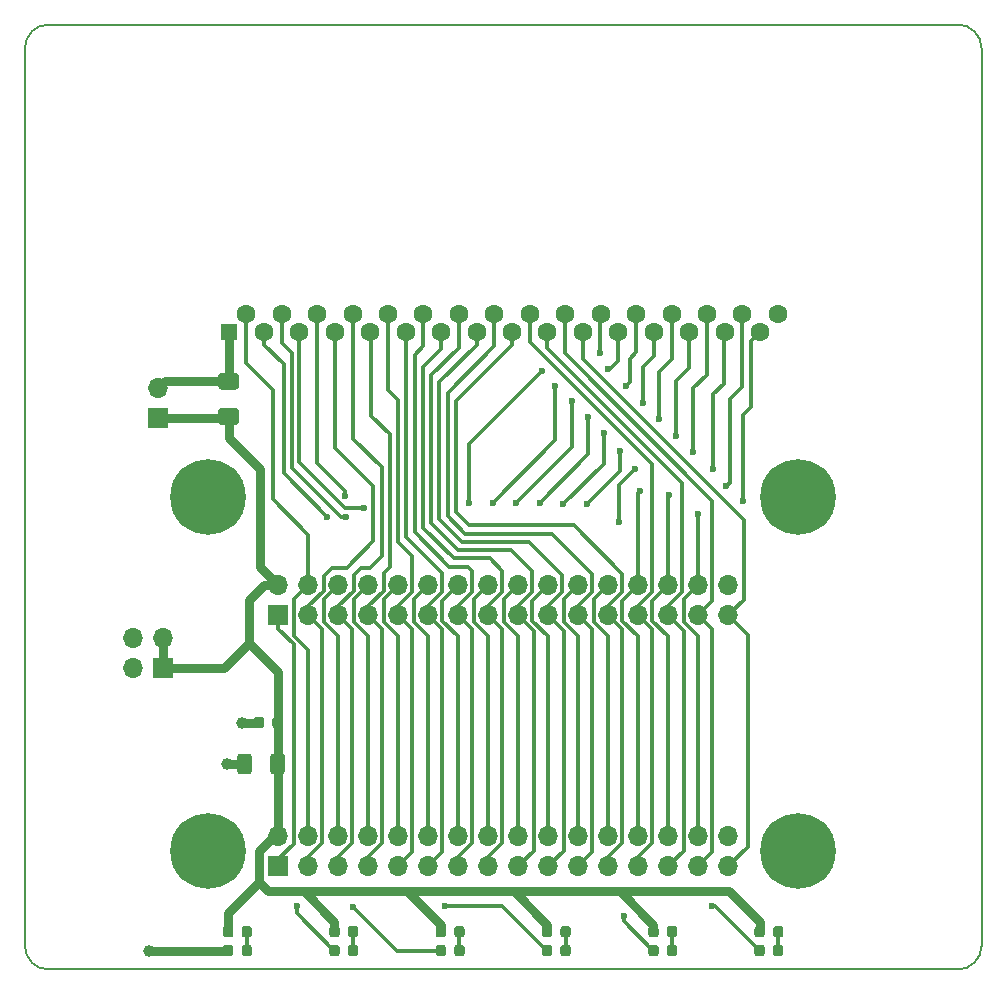
<source format=gbr>
G04 #@! TF.GenerationSoftware,KiCad,Pcbnew,5.1.6-c6e7f7d~86~ubuntu20.04.1*
G04 #@! TF.CreationDate,2020-05-17T15:58:24+03:00*
G04 #@! TF.ProjectId,GB-BRK-SLOT-A,47422d42-524b-42d5-934c-4f542d412e6b,v1.1*
G04 #@! TF.SameCoordinates,Original*
G04 #@! TF.FileFunction,Copper,L1,Top*
G04 #@! TF.FilePolarity,Positive*
%FSLAX46Y46*%
G04 Gerber Fmt 4.6, Leading zero omitted, Abs format (unit mm)*
G04 Created by KiCad (PCBNEW 5.1.6-c6e7f7d~86~ubuntu20.04.1) date 2020-05-17 15:58:24*
%MOMM*%
%LPD*%
G01*
G04 APERTURE LIST*
G04 #@! TA.AperFunction,Profile*
%ADD10C,0.150000*%
G04 #@! TD*
G04 #@! TA.AperFunction,ComponentPad*
%ADD11O,1.700000X1.700000*%
G04 #@! TD*
G04 #@! TA.AperFunction,ComponentPad*
%ADD12R,1.700000X1.700000*%
G04 #@! TD*
G04 #@! TA.AperFunction,ComponentPad*
%ADD13R,1.400000X1.400000*%
G04 #@! TD*
G04 #@! TA.AperFunction,ComponentPad*
%ADD14C,1.600000*%
G04 #@! TD*
G04 #@! TA.AperFunction,ComponentPad*
%ADD15C,0.800000*%
G04 #@! TD*
G04 #@! TA.AperFunction,ComponentPad*
%ADD16C,6.400000*%
G04 #@! TD*
G04 #@! TA.AperFunction,ViaPad*
%ADD17C,1.000000*%
G04 #@! TD*
G04 #@! TA.AperFunction,ViaPad*
%ADD18C,0.600000*%
G04 #@! TD*
G04 #@! TA.AperFunction,Conductor*
%ADD19C,0.320000*%
G04 #@! TD*
G04 #@! TA.AperFunction,Conductor*
%ADD20C,0.800000*%
G04 #@! TD*
G04 APERTURE END LIST*
D10*
X128000000Y-148000000D02*
G75*
G02*
X126000000Y-150000000I-2000000J0D01*
G01*
X49000000Y-150000000D02*
G75*
G02*
X47000000Y-148000000I0J2000000D01*
G01*
X47000000Y-72000000D02*
G75*
G02*
X49000000Y-70000000I2000000J0D01*
G01*
X126000000Y-70000000D02*
G75*
G02*
X128000000Y-72000000I0J-2000000D01*
G01*
X128000000Y-72000000D02*
X128000000Y-148000000D01*
X49000000Y-70000000D02*
X126000000Y-70000000D01*
X49000000Y-150000000D02*
X126000000Y-150000000D01*
X47000000Y-72000000D02*
X47000000Y-148000000D01*
D11*
X58300000Y-100760000D03*
D12*
X58300000Y-103300000D03*
G04 #@! TA.AperFunction,SMDPad,CuDef*
G36*
G01*
X63625000Y-102465000D02*
X64875000Y-102465000D01*
G75*
G02*
X65125000Y-102715000I0J-250000D01*
G01*
X65125000Y-103640000D01*
G75*
G02*
X64875000Y-103890000I-250000J0D01*
G01*
X63625000Y-103890000D01*
G75*
G02*
X63375000Y-103640000I0J250000D01*
G01*
X63375000Y-102715000D01*
G75*
G02*
X63625000Y-102465000I250000J0D01*
G01*
G37*
G04 #@! TD.AperFunction*
G04 #@! TA.AperFunction,SMDPad,CuDef*
G36*
G01*
X63625000Y-99490000D02*
X64875000Y-99490000D01*
G75*
G02*
X65125000Y-99740000I0J-250000D01*
G01*
X65125000Y-100665000D01*
G75*
G02*
X64875000Y-100915000I-250000J0D01*
G01*
X63625000Y-100915000D01*
G75*
G02*
X63375000Y-100665000I0J250000D01*
G01*
X63375000Y-99740000D01*
G75*
G02*
X63625000Y-99490000I250000J0D01*
G01*
G37*
G04 #@! TD.AperFunction*
G04 #@! TA.AperFunction,SMDPad,CuDef*
G36*
G01*
X65350000Y-148656250D02*
X65350000Y-148143750D01*
G75*
G02*
X65568750Y-147925000I218750J0D01*
G01*
X66006250Y-147925000D01*
G75*
G02*
X66225000Y-148143750I0J-218750D01*
G01*
X66225000Y-148656250D01*
G75*
G02*
X66006250Y-148875000I-218750J0D01*
G01*
X65568750Y-148875000D01*
G75*
G02*
X65350000Y-148656250I0J218750D01*
G01*
G37*
G04 #@! TD.AperFunction*
G04 #@! TA.AperFunction,SMDPad,CuDef*
G36*
G01*
X63775000Y-148656250D02*
X63775000Y-148143750D01*
G75*
G02*
X63993750Y-147925000I218750J0D01*
G01*
X64431250Y-147925000D01*
G75*
G02*
X64650000Y-148143750I0J-218750D01*
G01*
X64650000Y-148656250D01*
G75*
G02*
X64431250Y-148875000I-218750J0D01*
G01*
X63993750Y-148875000D01*
G75*
G02*
X63775000Y-148656250I0J218750D01*
G01*
G37*
G04 #@! TD.AperFunction*
D11*
X106550000Y-117460000D03*
X106550000Y-120000000D03*
X104010000Y-117460000D03*
X104010000Y-120000000D03*
X101470000Y-117460000D03*
X101470000Y-120000000D03*
X98930000Y-117460000D03*
X98930000Y-120000000D03*
X96390000Y-117460000D03*
X96390000Y-120000000D03*
X93850000Y-117460000D03*
X93850000Y-120000000D03*
X91310000Y-117460000D03*
X91310000Y-120000000D03*
X88770000Y-117460000D03*
X88770000Y-120000000D03*
X86230000Y-117460000D03*
X86230000Y-120000000D03*
X83690000Y-117460000D03*
X83690000Y-120000000D03*
X81150000Y-117460000D03*
X81150000Y-120000000D03*
X78610000Y-117460000D03*
X78610000Y-120000000D03*
X76070000Y-117460000D03*
X76070000Y-120000000D03*
X73530000Y-117460000D03*
X73530000Y-120000000D03*
X70990000Y-117460000D03*
X70990000Y-120000000D03*
X68450000Y-117460000D03*
D12*
X68450000Y-120000000D03*
G04 #@! TA.AperFunction,SMDPad,CuDef*
G36*
G01*
X65350000Y-147056250D02*
X65350000Y-146543750D01*
G75*
G02*
X65568750Y-146325000I218750J0D01*
G01*
X66006250Y-146325000D01*
G75*
G02*
X66225000Y-146543750I0J-218750D01*
G01*
X66225000Y-147056250D01*
G75*
G02*
X66006250Y-147275000I-218750J0D01*
G01*
X65568750Y-147275000D01*
G75*
G02*
X65350000Y-147056250I0J218750D01*
G01*
G37*
G04 #@! TD.AperFunction*
G04 #@! TA.AperFunction,SMDPad,CuDef*
G36*
G01*
X63775000Y-147056250D02*
X63775000Y-146543750D01*
G75*
G02*
X63993750Y-146325000I218750J0D01*
G01*
X64431250Y-146325000D01*
G75*
G02*
X64650000Y-146543750I0J-218750D01*
G01*
X64650000Y-147056250D01*
G75*
G02*
X64431250Y-147275000I-218750J0D01*
G01*
X63993750Y-147275000D01*
G75*
G02*
X63775000Y-147056250I0J218750D01*
G01*
G37*
G04 #@! TD.AperFunction*
G04 #@! TA.AperFunction,SMDPad,CuDef*
G36*
G01*
X66225000Y-131975000D02*
X66225000Y-133225000D01*
G75*
G02*
X65975000Y-133475000I-250000J0D01*
G01*
X65225000Y-133475000D01*
G75*
G02*
X64975000Y-133225000I0J250000D01*
G01*
X64975000Y-131975000D01*
G75*
G02*
X65225000Y-131725000I250000J0D01*
G01*
X65975000Y-131725000D01*
G75*
G02*
X66225000Y-131975000I0J-250000D01*
G01*
G37*
G04 #@! TD.AperFunction*
G04 #@! TA.AperFunction,SMDPad,CuDef*
G36*
G01*
X69025000Y-131975000D02*
X69025000Y-133225000D01*
G75*
G02*
X68775000Y-133475000I-250000J0D01*
G01*
X68025000Y-133475000D01*
G75*
G02*
X67775000Y-133225000I0J250000D01*
G01*
X67775000Y-131975000D01*
G75*
G02*
X68025000Y-131725000I250000J0D01*
G01*
X68775000Y-131725000D01*
G75*
G02*
X69025000Y-131975000I0J-250000D01*
G01*
G37*
G04 #@! TD.AperFunction*
G04 #@! TA.AperFunction,SMDPad,CuDef*
G36*
G01*
X67250000Y-128843750D02*
X67250000Y-129356250D01*
G75*
G02*
X67031250Y-129575000I-218750J0D01*
G01*
X66593750Y-129575000D01*
G75*
G02*
X66375000Y-129356250I0J218750D01*
G01*
X66375000Y-128843750D01*
G75*
G02*
X66593750Y-128625000I218750J0D01*
G01*
X67031250Y-128625000D01*
G75*
G02*
X67250000Y-128843750I0J-218750D01*
G01*
G37*
G04 #@! TD.AperFunction*
G04 #@! TA.AperFunction,SMDPad,CuDef*
G36*
G01*
X68825000Y-128843750D02*
X68825000Y-129356250D01*
G75*
G02*
X68606250Y-129575000I-218750J0D01*
G01*
X68168750Y-129575000D01*
G75*
G02*
X67950000Y-129356250I0J218750D01*
G01*
X67950000Y-128843750D01*
G75*
G02*
X68168750Y-128625000I218750J0D01*
G01*
X68606250Y-128625000D01*
G75*
G02*
X68825000Y-128843750I0J-218750D01*
G01*
G37*
G04 #@! TD.AperFunction*
D11*
X106550000Y-138730000D03*
X106550000Y-141270000D03*
X104010000Y-138730000D03*
X104010000Y-141270000D03*
X101470000Y-138730000D03*
X101470000Y-141270000D03*
X98930000Y-138730000D03*
X98930000Y-141270000D03*
X96390000Y-138730000D03*
X96390000Y-141270000D03*
X93850000Y-138730000D03*
X93850000Y-141270000D03*
X91310000Y-138730000D03*
X91310000Y-141270000D03*
X88770000Y-138730000D03*
X88770000Y-141270000D03*
X86230000Y-138730000D03*
X86230000Y-141270000D03*
X83690000Y-138730000D03*
X83690000Y-141270000D03*
X81150000Y-138730000D03*
X81150000Y-141270000D03*
X78610000Y-138730000D03*
X78610000Y-141270000D03*
X76070000Y-138730000D03*
X76070000Y-141270000D03*
X73530000Y-138730000D03*
X73530000Y-141270000D03*
X70990000Y-138730000D03*
X70990000Y-141270000D03*
X68450000Y-138730000D03*
D12*
X68450000Y-141270000D03*
G04 #@! TA.AperFunction,SMDPad,CuDef*
G36*
G01*
X101350000Y-148656250D02*
X101350000Y-148143750D01*
G75*
G02*
X101568750Y-147925000I218750J0D01*
G01*
X102006250Y-147925000D01*
G75*
G02*
X102225000Y-148143750I0J-218750D01*
G01*
X102225000Y-148656250D01*
G75*
G02*
X102006250Y-148875000I-218750J0D01*
G01*
X101568750Y-148875000D01*
G75*
G02*
X101350000Y-148656250I0J218750D01*
G01*
G37*
G04 #@! TD.AperFunction*
G04 #@! TA.AperFunction,SMDPad,CuDef*
G36*
G01*
X99775000Y-148656250D02*
X99775000Y-148143750D01*
G75*
G02*
X99993750Y-147925000I218750J0D01*
G01*
X100431250Y-147925000D01*
G75*
G02*
X100650000Y-148143750I0J-218750D01*
G01*
X100650000Y-148656250D01*
G75*
G02*
X100431250Y-148875000I-218750J0D01*
G01*
X99993750Y-148875000D01*
G75*
G02*
X99775000Y-148656250I0J218750D01*
G01*
G37*
G04 #@! TD.AperFunction*
G04 #@! TA.AperFunction,SMDPad,CuDef*
G36*
G01*
X74350000Y-148656250D02*
X74350000Y-148143750D01*
G75*
G02*
X74568750Y-147925000I218750J0D01*
G01*
X75006250Y-147925000D01*
G75*
G02*
X75225000Y-148143750I0J-218750D01*
G01*
X75225000Y-148656250D01*
G75*
G02*
X75006250Y-148875000I-218750J0D01*
G01*
X74568750Y-148875000D01*
G75*
G02*
X74350000Y-148656250I0J218750D01*
G01*
G37*
G04 #@! TD.AperFunction*
G04 #@! TA.AperFunction,SMDPad,CuDef*
G36*
G01*
X72775000Y-148656250D02*
X72775000Y-148143750D01*
G75*
G02*
X72993750Y-147925000I218750J0D01*
G01*
X73431250Y-147925000D01*
G75*
G02*
X73650000Y-148143750I0J-218750D01*
G01*
X73650000Y-148656250D01*
G75*
G02*
X73431250Y-148875000I-218750J0D01*
G01*
X72993750Y-148875000D01*
G75*
G02*
X72775000Y-148656250I0J218750D01*
G01*
G37*
G04 #@! TD.AperFunction*
G04 #@! TA.AperFunction,SMDPad,CuDef*
G36*
G01*
X83350000Y-148656250D02*
X83350000Y-148143750D01*
G75*
G02*
X83568750Y-147925000I218750J0D01*
G01*
X84006250Y-147925000D01*
G75*
G02*
X84225000Y-148143750I0J-218750D01*
G01*
X84225000Y-148656250D01*
G75*
G02*
X84006250Y-148875000I-218750J0D01*
G01*
X83568750Y-148875000D01*
G75*
G02*
X83350000Y-148656250I0J218750D01*
G01*
G37*
G04 #@! TD.AperFunction*
G04 #@! TA.AperFunction,SMDPad,CuDef*
G36*
G01*
X81775000Y-148656250D02*
X81775000Y-148143750D01*
G75*
G02*
X81993750Y-147925000I218750J0D01*
G01*
X82431250Y-147925000D01*
G75*
G02*
X82650000Y-148143750I0J-218750D01*
G01*
X82650000Y-148656250D01*
G75*
G02*
X82431250Y-148875000I-218750J0D01*
G01*
X81993750Y-148875000D01*
G75*
G02*
X81775000Y-148656250I0J218750D01*
G01*
G37*
G04 #@! TD.AperFunction*
G04 #@! TA.AperFunction,SMDPad,CuDef*
G36*
G01*
X92350000Y-148656250D02*
X92350000Y-148143750D01*
G75*
G02*
X92568750Y-147925000I218750J0D01*
G01*
X93006250Y-147925000D01*
G75*
G02*
X93225000Y-148143750I0J-218750D01*
G01*
X93225000Y-148656250D01*
G75*
G02*
X93006250Y-148875000I-218750J0D01*
G01*
X92568750Y-148875000D01*
G75*
G02*
X92350000Y-148656250I0J218750D01*
G01*
G37*
G04 #@! TD.AperFunction*
G04 #@! TA.AperFunction,SMDPad,CuDef*
G36*
G01*
X90775000Y-148656250D02*
X90775000Y-148143750D01*
G75*
G02*
X90993750Y-147925000I218750J0D01*
G01*
X91431250Y-147925000D01*
G75*
G02*
X91650000Y-148143750I0J-218750D01*
G01*
X91650000Y-148656250D01*
G75*
G02*
X91431250Y-148875000I-218750J0D01*
G01*
X90993750Y-148875000D01*
G75*
G02*
X90775000Y-148656250I0J218750D01*
G01*
G37*
G04 #@! TD.AperFunction*
G04 #@! TA.AperFunction,SMDPad,CuDef*
G36*
G01*
X110350000Y-148656250D02*
X110350000Y-148143750D01*
G75*
G02*
X110568750Y-147925000I218750J0D01*
G01*
X111006250Y-147925000D01*
G75*
G02*
X111225000Y-148143750I0J-218750D01*
G01*
X111225000Y-148656250D01*
G75*
G02*
X111006250Y-148875000I-218750J0D01*
G01*
X110568750Y-148875000D01*
G75*
G02*
X110350000Y-148656250I0J218750D01*
G01*
G37*
G04 #@! TD.AperFunction*
G04 #@! TA.AperFunction,SMDPad,CuDef*
G36*
G01*
X108775000Y-148656250D02*
X108775000Y-148143750D01*
G75*
G02*
X108993750Y-147925000I218750J0D01*
G01*
X109431250Y-147925000D01*
G75*
G02*
X109650000Y-148143750I0J-218750D01*
G01*
X109650000Y-148656250D01*
G75*
G02*
X109431250Y-148875000I-218750J0D01*
G01*
X108993750Y-148875000D01*
G75*
G02*
X108775000Y-148656250I0J218750D01*
G01*
G37*
G04 #@! TD.AperFunction*
G04 #@! TA.AperFunction,SMDPad,CuDef*
G36*
G01*
X101350000Y-147056250D02*
X101350000Y-146543750D01*
G75*
G02*
X101568750Y-146325000I218750J0D01*
G01*
X102006250Y-146325000D01*
G75*
G02*
X102225000Y-146543750I0J-218750D01*
G01*
X102225000Y-147056250D01*
G75*
G02*
X102006250Y-147275000I-218750J0D01*
G01*
X101568750Y-147275000D01*
G75*
G02*
X101350000Y-147056250I0J218750D01*
G01*
G37*
G04 #@! TD.AperFunction*
G04 #@! TA.AperFunction,SMDPad,CuDef*
G36*
G01*
X99775000Y-147056250D02*
X99775000Y-146543750D01*
G75*
G02*
X99993750Y-146325000I218750J0D01*
G01*
X100431250Y-146325000D01*
G75*
G02*
X100650000Y-146543750I0J-218750D01*
G01*
X100650000Y-147056250D01*
G75*
G02*
X100431250Y-147275000I-218750J0D01*
G01*
X99993750Y-147275000D01*
G75*
G02*
X99775000Y-147056250I0J218750D01*
G01*
G37*
G04 #@! TD.AperFunction*
G04 #@! TA.AperFunction,SMDPad,CuDef*
G36*
G01*
X74350000Y-147056250D02*
X74350000Y-146543750D01*
G75*
G02*
X74568750Y-146325000I218750J0D01*
G01*
X75006250Y-146325000D01*
G75*
G02*
X75225000Y-146543750I0J-218750D01*
G01*
X75225000Y-147056250D01*
G75*
G02*
X75006250Y-147275000I-218750J0D01*
G01*
X74568750Y-147275000D01*
G75*
G02*
X74350000Y-147056250I0J218750D01*
G01*
G37*
G04 #@! TD.AperFunction*
G04 #@! TA.AperFunction,SMDPad,CuDef*
G36*
G01*
X72775000Y-147056250D02*
X72775000Y-146543750D01*
G75*
G02*
X72993750Y-146325000I218750J0D01*
G01*
X73431250Y-146325000D01*
G75*
G02*
X73650000Y-146543750I0J-218750D01*
G01*
X73650000Y-147056250D01*
G75*
G02*
X73431250Y-147275000I-218750J0D01*
G01*
X72993750Y-147275000D01*
G75*
G02*
X72775000Y-147056250I0J218750D01*
G01*
G37*
G04 #@! TD.AperFunction*
G04 #@! TA.AperFunction,SMDPad,CuDef*
G36*
G01*
X83350000Y-147056250D02*
X83350000Y-146543750D01*
G75*
G02*
X83568750Y-146325000I218750J0D01*
G01*
X84006250Y-146325000D01*
G75*
G02*
X84225000Y-146543750I0J-218750D01*
G01*
X84225000Y-147056250D01*
G75*
G02*
X84006250Y-147275000I-218750J0D01*
G01*
X83568750Y-147275000D01*
G75*
G02*
X83350000Y-147056250I0J218750D01*
G01*
G37*
G04 #@! TD.AperFunction*
G04 #@! TA.AperFunction,SMDPad,CuDef*
G36*
G01*
X81775000Y-147056250D02*
X81775000Y-146543750D01*
G75*
G02*
X81993750Y-146325000I218750J0D01*
G01*
X82431250Y-146325000D01*
G75*
G02*
X82650000Y-146543750I0J-218750D01*
G01*
X82650000Y-147056250D01*
G75*
G02*
X82431250Y-147275000I-218750J0D01*
G01*
X81993750Y-147275000D01*
G75*
G02*
X81775000Y-147056250I0J218750D01*
G01*
G37*
G04 #@! TD.AperFunction*
G04 #@! TA.AperFunction,SMDPad,CuDef*
G36*
G01*
X92350000Y-147056250D02*
X92350000Y-146543750D01*
G75*
G02*
X92568750Y-146325000I218750J0D01*
G01*
X93006250Y-146325000D01*
G75*
G02*
X93225000Y-146543750I0J-218750D01*
G01*
X93225000Y-147056250D01*
G75*
G02*
X93006250Y-147275000I-218750J0D01*
G01*
X92568750Y-147275000D01*
G75*
G02*
X92350000Y-147056250I0J218750D01*
G01*
G37*
G04 #@! TD.AperFunction*
G04 #@! TA.AperFunction,SMDPad,CuDef*
G36*
G01*
X90775000Y-147056250D02*
X90775000Y-146543750D01*
G75*
G02*
X90993750Y-146325000I218750J0D01*
G01*
X91431250Y-146325000D01*
G75*
G02*
X91650000Y-146543750I0J-218750D01*
G01*
X91650000Y-147056250D01*
G75*
G02*
X91431250Y-147275000I-218750J0D01*
G01*
X90993750Y-147275000D01*
G75*
G02*
X90775000Y-147056250I0J218750D01*
G01*
G37*
G04 #@! TD.AperFunction*
G04 #@! TA.AperFunction,SMDPad,CuDef*
G36*
G01*
X110350000Y-147056250D02*
X110350000Y-146543750D01*
G75*
G02*
X110568750Y-146325000I218750J0D01*
G01*
X111006250Y-146325000D01*
G75*
G02*
X111225000Y-146543750I0J-218750D01*
G01*
X111225000Y-147056250D01*
G75*
G02*
X111006250Y-147275000I-218750J0D01*
G01*
X110568750Y-147275000D01*
G75*
G02*
X110350000Y-147056250I0J218750D01*
G01*
G37*
G04 #@! TD.AperFunction*
G04 #@! TA.AperFunction,SMDPad,CuDef*
G36*
G01*
X108775000Y-147056250D02*
X108775000Y-146543750D01*
G75*
G02*
X108993750Y-146325000I218750J0D01*
G01*
X109431250Y-146325000D01*
G75*
G02*
X109650000Y-146543750I0J-218750D01*
G01*
X109650000Y-147056250D01*
G75*
G02*
X109431250Y-147275000I-218750J0D01*
G01*
X108993750Y-147275000D01*
G75*
G02*
X108775000Y-147056250I0J218750D01*
G01*
G37*
G04 #@! TD.AperFunction*
D13*
X64250000Y-96000000D03*
D14*
X65750000Y-94500000D03*
X67250000Y-96000000D03*
X68750000Y-94500000D03*
X70250000Y-96000000D03*
X71750000Y-94500000D03*
X73250000Y-96000000D03*
X74750000Y-94500000D03*
X76250000Y-96000000D03*
X77750000Y-94500000D03*
X79250000Y-96000000D03*
X80750000Y-94500000D03*
X82250000Y-96000000D03*
X83750000Y-94500000D03*
X85250000Y-96000000D03*
X86750000Y-94500000D03*
X88250000Y-96000000D03*
X89750000Y-94500000D03*
X91250000Y-96000000D03*
X92750000Y-94500000D03*
X94250000Y-96000000D03*
X95750000Y-94500000D03*
X97250000Y-96000000D03*
X98750000Y-94500000D03*
X100250000Y-96000000D03*
X101750000Y-94500000D03*
X103250000Y-96000000D03*
X104750000Y-94500000D03*
X106250000Y-96000000D03*
X107750000Y-94500000D03*
X109250000Y-96000000D03*
X110750000Y-94500000D03*
D11*
X56170000Y-121960000D03*
X58710000Y-121960000D03*
X56170000Y-124500000D03*
D12*
X58710000Y-124500000D03*
D15*
X64197056Y-108302944D03*
X62500000Y-107600000D03*
X60802944Y-108302944D03*
X60100000Y-110000000D03*
X60802944Y-111697056D03*
X62500000Y-112400000D03*
X64197056Y-111697056D03*
X64900000Y-110000000D03*
D16*
X62500000Y-110000000D03*
D15*
X114197056Y-108302944D03*
X112500000Y-107600000D03*
X110802944Y-108302944D03*
X110100000Y-110000000D03*
X110802944Y-111697056D03*
X112500000Y-112400000D03*
X114197056Y-111697056D03*
X114900000Y-110000000D03*
D16*
X112500000Y-110000000D03*
D15*
X64197056Y-138302944D03*
X62500000Y-137600000D03*
X60802944Y-138302944D03*
X60100000Y-140000000D03*
X60802944Y-141697056D03*
X62500000Y-142400000D03*
X64197056Y-141697056D03*
X64900000Y-140000000D03*
D16*
X62500000Y-140000000D03*
D15*
X114197056Y-138302944D03*
X112500000Y-137600000D03*
X110802944Y-138302944D03*
X110100000Y-140000000D03*
X110802944Y-141697056D03*
X112500000Y-142400000D03*
X114197056Y-141697056D03*
X114900000Y-140000000D03*
D16*
X112500000Y-140000000D03*
D17*
X65400000Y-129100000D03*
X57500000Y-148400000D03*
X64100000Y-132600000D03*
D18*
X74100000Y-109900000D03*
X70000000Y-144600000D03*
X72600000Y-111700000D03*
X74800000Y-144700000D03*
X74200000Y-111700000D03*
X82600000Y-144600000D03*
X75700000Y-110900000D03*
X95700000Y-97800000D03*
X84600000Y-110500000D03*
X90799998Y-99300000D03*
X86600000Y-110500000D03*
X91900000Y-100600000D03*
X96400000Y-99200000D03*
X88599998Y-110500000D03*
X93300000Y-101900000D03*
X97900000Y-100600000D03*
X90599998Y-110500000D03*
X94700000Y-103200000D03*
X99300000Y-102000000D03*
X92600000Y-110600000D03*
X96000000Y-104600000D03*
X100700000Y-103400000D03*
X94600000Y-110600000D03*
X97400000Y-106100000D03*
X102100000Y-104800000D03*
X98700000Y-107600000D03*
X103600000Y-106200000D03*
X97300000Y-112100000D03*
X99100000Y-109500000D03*
X105300000Y-107600000D03*
X101500000Y-109800000D03*
X106400000Y-109100000D03*
X97700000Y-145500000D03*
X104000000Y-111400000D03*
X107800000Y-110300000D03*
X105200000Y-144600000D03*
D19*
X65787500Y-146800000D02*
X65787500Y-148400000D01*
D20*
X67247919Y-117460000D02*
X68450000Y-117460000D01*
X66000000Y-118707919D02*
X67247919Y-117460000D01*
X66000000Y-122400000D02*
X66000000Y-118707919D01*
X68450000Y-138730000D02*
X68450000Y-124850000D01*
X68450000Y-124850000D02*
X66000000Y-122400000D01*
X97387500Y-143400000D02*
X96400000Y-143400000D01*
X100212500Y-146225000D02*
X97387500Y-143400000D01*
X100212500Y-146800000D02*
X100212500Y-146225000D01*
X86800000Y-143400000D02*
X96400000Y-143400000D01*
X88387500Y-143400000D02*
X86800000Y-143400000D01*
X91212500Y-146225000D02*
X88387500Y-143400000D01*
X91212500Y-146800000D02*
X91212500Y-146225000D01*
X77900000Y-143400000D02*
X86800000Y-143400000D01*
X82212500Y-146800000D02*
X82212500Y-146225000D01*
X82212500Y-146225000D02*
X79387500Y-143400000D01*
X70600000Y-143400000D02*
X77900000Y-143400000D01*
X79387500Y-143400000D02*
X77900000Y-143400000D01*
X73212500Y-146800000D02*
X73212500Y-146012500D01*
X73212500Y-146012500D02*
X70600000Y-143400000D01*
X109212500Y-146012500D02*
X109212500Y-146800000D01*
X96400000Y-143400000D02*
X106600000Y-143400000D01*
X106600000Y-143400000D02*
X109212500Y-146012500D01*
X58710000Y-121960000D02*
X58710000Y-124500000D01*
X68450000Y-138730000D02*
X68070000Y-138730000D01*
X68070000Y-138730000D02*
X66800000Y-140000000D01*
X66800000Y-142580002D02*
X66800000Y-142200000D01*
X67619998Y-143400000D02*
X66800000Y-142580002D01*
X70600000Y-143400000D02*
X67619998Y-143400000D01*
X66800000Y-140000000D02*
X66800000Y-142200000D01*
X64212500Y-145187500D02*
X64212500Y-146800000D01*
X66800000Y-142200000D02*
X66800000Y-142600000D01*
X66800000Y-142600000D02*
X64212500Y-145187500D01*
X64250000Y-105020000D02*
X64250000Y-103177500D01*
X66900000Y-107670000D02*
X64250000Y-105020000D01*
X68450000Y-117460000D02*
X66900000Y-115910000D01*
X66900000Y-115910000D02*
X66900000Y-107670000D01*
X63900000Y-124500000D02*
X66000000Y-122400000D01*
X58710000Y-124500000D02*
X63900000Y-124500000D01*
X64127500Y-103300000D02*
X64250000Y-103177500D01*
X58300000Y-103300000D02*
X64127500Y-103300000D01*
X66812500Y-129100000D02*
X65400000Y-129100000D01*
X64212500Y-148400000D02*
X57500000Y-148400000D01*
X65600000Y-132600000D02*
X64100000Y-132600000D01*
D19*
X68450000Y-121170000D02*
X68450000Y-120000000D01*
X69760001Y-122480001D02*
X68450000Y-121170000D01*
X69760001Y-139358801D02*
X69760001Y-122480001D01*
X68450000Y-140668802D02*
X69760001Y-139358801D01*
X68450000Y-141270000D02*
X68450000Y-140668802D01*
X71750000Y-107125736D02*
X71750000Y-94500000D01*
X74100000Y-109475736D02*
X71750000Y-107125736D01*
X74100000Y-109900000D02*
X74100000Y-109475736D01*
X70990000Y-122974596D02*
X70990000Y-138730000D01*
X69779999Y-121764595D02*
X70990000Y-122974596D01*
X69779999Y-118670001D02*
X69779999Y-121764595D01*
X70990000Y-117460000D02*
X69779999Y-118670001D01*
X71000000Y-113200000D02*
X71000000Y-117450000D01*
X68000000Y-110200000D02*
X71000000Y-113200000D01*
X71000000Y-117450000D02*
X70990000Y-117460000D01*
X68000000Y-100900000D02*
X68000000Y-110200000D01*
X65750000Y-94500000D02*
X65750000Y-98650000D01*
X65750000Y-98650000D02*
X68000000Y-100900000D01*
X71839999Y-120849999D02*
X70990000Y-120000000D01*
X72200001Y-121210001D02*
X71839999Y-120849999D01*
X72200001Y-139310801D02*
X72200001Y-121210001D01*
X70990000Y-140520802D02*
X72200001Y-139310801D01*
X70990000Y-141270000D02*
X70990000Y-140520802D01*
X70990000Y-119250802D02*
X70990000Y-120000000D01*
X72319999Y-117920803D02*
X70990000Y-119250802D01*
X72319999Y-116680001D02*
X72319999Y-117920803D01*
X76500000Y-113740802D02*
X74240802Y-116000000D01*
X73250000Y-96000000D02*
X73250000Y-105850000D01*
X74240802Y-116000000D02*
X73000000Y-116000000D01*
X76500000Y-109100000D02*
X76500000Y-113740802D01*
X73250000Y-105850000D02*
X76500000Y-109100000D01*
X73000000Y-116000000D02*
X72319999Y-116680001D01*
X73530000Y-121804596D02*
X73530000Y-138730000D01*
X72319999Y-120594595D02*
X73530000Y-121804596D01*
X72319999Y-118670001D02*
X72319999Y-120594595D01*
X73530000Y-117460000D02*
X72319999Y-118670001D01*
X73212500Y-148400000D02*
X70000000Y-145187500D01*
X70000000Y-145187500D02*
X70000000Y-144600000D01*
X68900000Y-98781370D02*
X68900000Y-108000000D01*
X68900000Y-108000000D02*
X72600000Y-111700000D01*
X67250000Y-96000000D02*
X67250000Y-97131370D01*
X67250000Y-97131370D02*
X68900000Y-98781370D01*
X74740001Y-139310801D02*
X74740001Y-121210001D01*
X73530000Y-140520802D02*
X74740001Y-139310801D01*
X74379999Y-120849999D02*
X73530000Y-120000000D01*
X74740001Y-121210001D02*
X74379999Y-120849999D01*
X73530000Y-141270000D02*
X73530000Y-140520802D01*
X73530000Y-119250802D02*
X73530000Y-120000000D01*
X74859999Y-117920803D02*
X73530000Y-119250802D01*
X74859999Y-116640001D02*
X74859999Y-117920803D01*
X74750000Y-105050000D02*
X77200000Y-107500000D01*
X75500000Y-116000000D02*
X74859999Y-116640001D01*
X74750000Y-94500000D02*
X74750000Y-105050000D01*
X77200000Y-107500000D02*
X77200000Y-115000000D01*
X77200000Y-115000000D02*
X76200000Y-116000000D01*
X76200000Y-116000000D02*
X75500000Y-116000000D01*
X74859999Y-118670001D02*
X74859999Y-120594595D01*
X76070000Y-121804596D02*
X76070000Y-138730000D01*
X74859999Y-120594595D02*
X76070000Y-121804596D01*
X76070000Y-117460000D02*
X74859999Y-118670001D01*
X78500000Y-148400000D02*
X74800000Y-144700000D01*
X82212500Y-148400000D02*
X78500000Y-148400000D01*
X73775736Y-111700000D02*
X74200000Y-111700000D01*
X69600000Y-97800000D02*
X69600000Y-107524264D01*
X68750000Y-94500000D02*
X68750000Y-96950000D01*
X69600000Y-107524264D02*
X73775736Y-111700000D01*
X68750000Y-96950000D02*
X69600000Y-97800000D01*
X77280001Y-121210001D02*
X76919999Y-120849999D01*
X77280001Y-139310801D02*
X77280001Y-121210001D01*
X76919999Y-120849999D02*
X76070000Y-120000000D01*
X76070000Y-140520802D02*
X77280001Y-139310801D01*
X76070000Y-141270000D02*
X76070000Y-140520802D01*
X76300000Y-96050000D02*
X76250000Y-96000000D01*
X76300000Y-103100000D02*
X76300000Y-96050000D01*
X76070000Y-119250802D02*
X77399999Y-117920803D01*
X77900000Y-115900000D02*
X77900000Y-104700000D01*
X77900000Y-104700000D02*
X76300000Y-103100000D01*
X76070000Y-120000000D02*
X76070000Y-119250802D01*
X77399999Y-117920803D02*
X77399999Y-116400001D01*
X77399999Y-116400001D02*
X77900000Y-115900000D01*
X78610000Y-121804596D02*
X78610000Y-138730000D01*
X77399999Y-118670001D02*
X77399999Y-120594595D01*
X77399999Y-120594595D02*
X78610000Y-121804596D01*
X78610000Y-117460000D02*
X77399999Y-118670001D01*
X91212500Y-148400000D02*
X87412500Y-144600000D01*
X87412500Y-144600000D02*
X82600000Y-144600000D01*
X70250000Y-107074264D02*
X74075736Y-110900000D01*
X74075736Y-110900000D02*
X75700000Y-110900000D01*
X70250000Y-96000000D02*
X70250000Y-107074264D01*
X79459999Y-120849999D02*
X78610000Y-120000000D01*
X79820001Y-140059999D02*
X79820001Y-121210001D01*
X79820001Y-121210001D02*
X79459999Y-120849999D01*
X78610000Y-141270000D02*
X79820001Y-140059999D01*
X78610000Y-119250802D02*
X79820001Y-118040801D01*
X78610000Y-120000000D02*
X78610000Y-119250802D01*
X78600000Y-113800000D02*
X78600000Y-101800000D01*
X77750000Y-100950000D02*
X77750000Y-94500000D01*
X79820001Y-118040801D02*
X79820001Y-115020001D01*
X79820001Y-115020001D02*
X78600000Y-113800000D01*
X78600000Y-101800000D02*
X77750000Y-100950000D01*
X81150000Y-121790802D02*
X81150000Y-138730000D01*
X79939999Y-120580801D02*
X81150000Y-121790802D01*
X79939999Y-118670001D02*
X79939999Y-120580801D01*
X81150000Y-117460000D02*
X79939999Y-118670001D01*
X95700000Y-94550000D02*
X95750000Y-94500000D01*
X95700000Y-97800000D02*
X95700000Y-94550000D01*
X84600000Y-105499998D02*
X90799998Y-99300000D01*
X84600000Y-110500000D02*
X84600000Y-105499998D01*
X82360001Y-140059999D02*
X82360001Y-121210001D01*
X81999999Y-120849999D02*
X81150000Y-120000000D01*
X82360001Y-121210001D02*
X81999999Y-120849999D01*
X81150000Y-141270000D02*
X82360001Y-140059999D01*
X79300000Y-96050000D02*
X79250000Y-96000000D01*
X79300000Y-113400000D02*
X79300000Y-96050000D01*
X82360001Y-116460001D02*
X79300000Y-113400000D01*
X82360001Y-118040801D02*
X82360001Y-116460001D01*
X81150000Y-120000000D02*
X81150000Y-119250802D01*
X81150000Y-119250802D02*
X82360001Y-118040801D01*
X83690000Y-121804596D02*
X83690000Y-138730000D01*
X82360001Y-120474597D02*
X83690000Y-121804596D01*
X82360001Y-118789999D02*
X82360001Y-120474597D01*
X83690000Y-117460000D02*
X82360001Y-118789999D01*
X91900000Y-105200000D02*
X91900000Y-100600000D01*
X86600000Y-110500000D02*
X91900000Y-105200000D01*
X97200000Y-98500000D02*
X96500000Y-99200000D01*
X97250000Y-96000000D02*
X97200000Y-96050000D01*
X96500000Y-99200000D02*
X96400000Y-99200000D01*
X97200000Y-96050000D02*
X97200000Y-98500000D01*
X84539999Y-120849999D02*
X83690000Y-120000000D01*
X84900001Y-121210001D02*
X84539999Y-120849999D01*
X83690000Y-140520802D02*
X84900001Y-139310801D01*
X84900001Y-139310801D02*
X84900001Y-121210001D01*
X83690000Y-141270000D02*
X83690000Y-140520802D01*
X83690000Y-119250802D02*
X83690000Y-120000000D01*
X84900001Y-118040801D02*
X83690000Y-119250802D01*
X80750000Y-97250000D02*
X80000000Y-98000000D01*
X80000000Y-98000000D02*
X80000000Y-113000000D01*
X80750000Y-94500000D02*
X80750000Y-97250000D01*
X80000000Y-113000000D02*
X82900000Y-115900000D01*
X82900000Y-115900000D02*
X84500000Y-115900000D01*
X84900001Y-116300001D02*
X84900001Y-118040801D01*
X84500000Y-115900000D02*
X84900001Y-116300001D01*
X86230000Y-121804596D02*
X86230000Y-138730000D01*
X85019999Y-118670001D02*
X85019999Y-120594595D01*
X85019999Y-120594595D02*
X86230000Y-121804596D01*
X86230000Y-117460000D02*
X85019999Y-118670001D01*
X93300000Y-105799998D02*
X93300000Y-101900000D01*
X88599998Y-110500000D02*
X93300000Y-105799998D01*
X98199999Y-100300001D02*
X97900000Y-100600000D01*
X98199999Y-98300001D02*
X98199999Y-100300001D01*
X98750000Y-94500000D02*
X98750000Y-97750000D01*
X98750000Y-97750000D02*
X98199999Y-98300001D01*
X87079999Y-120849999D02*
X86230000Y-120000000D01*
X87440001Y-121210001D02*
X87079999Y-120849999D01*
X87440001Y-139310801D02*
X87440001Y-121210001D01*
X86230000Y-140520802D02*
X87440001Y-139310801D01*
X86230000Y-141270000D02*
X86230000Y-140520802D01*
X87440001Y-118040801D02*
X86230000Y-119250802D01*
X87440001Y-116240001D02*
X87440001Y-118040801D01*
X82250000Y-96000000D02*
X82250000Y-97450000D01*
X82250000Y-97450000D02*
X80700000Y-99000000D01*
X80700000Y-99000000D02*
X80700000Y-112600000D01*
X80700000Y-112600000D02*
X83300000Y-115200000D01*
X86230000Y-119250802D02*
X86230000Y-120000000D01*
X83300000Y-115200000D02*
X86400000Y-115200000D01*
X86400000Y-115200000D02*
X87440001Y-116240001D01*
X88770000Y-121804596D02*
X88770000Y-138730000D01*
X87559999Y-120594595D02*
X88770000Y-121804596D01*
X87559999Y-118670001D02*
X87559999Y-120594595D01*
X88770000Y-117460000D02*
X87559999Y-118670001D01*
X90599998Y-110500000D02*
X94700000Y-106399998D01*
X94700000Y-106399998D02*
X94700000Y-103200000D01*
X99300000Y-99000000D02*
X99300000Y-102000000D01*
X100250000Y-96000000D02*
X100250000Y-98050000D01*
X100250000Y-98050000D02*
X99300000Y-99000000D01*
X89619999Y-120849999D02*
X88770000Y-120000000D01*
X90099999Y-121329999D02*
X89619999Y-120849999D01*
X90099999Y-139940001D02*
X90099999Y-121329999D01*
X88770000Y-141270000D02*
X90099999Y-139940001D01*
X88770000Y-119250802D02*
X89980001Y-118040801D01*
X89980001Y-118040801D02*
X89980001Y-116280001D01*
X88200000Y-114500000D02*
X83700000Y-114500000D01*
X88770000Y-120000000D02*
X88770000Y-119250802D01*
X89980001Y-116280001D02*
X88200000Y-114500000D01*
X83700000Y-114500000D02*
X81400000Y-112200000D01*
X81400000Y-112200000D02*
X81400000Y-99700000D01*
X83750000Y-94500000D02*
X83750000Y-97350000D01*
X83750000Y-97350000D02*
X81400000Y-99700000D01*
X91310000Y-121804596D02*
X91310000Y-138730000D01*
X89980001Y-120474597D02*
X91310000Y-121804596D01*
X89980001Y-118789999D02*
X89980001Y-120474597D01*
X91310000Y-117460000D02*
X89980001Y-118789999D01*
X96000000Y-107200000D02*
X96000000Y-104600000D01*
X92600000Y-110600000D02*
X96000000Y-107200000D01*
X100700000Y-99400000D02*
X100700000Y-103400000D01*
X101750000Y-94500000D02*
X101750000Y-98350000D01*
X101750000Y-98350000D02*
X100700000Y-99400000D01*
X92639999Y-139940001D02*
X92639999Y-121329999D01*
X92159999Y-120849999D02*
X91310000Y-120000000D01*
X92639999Y-121329999D02*
X92159999Y-120849999D01*
X91310000Y-141270000D02*
X92639999Y-139940001D01*
X85250000Y-97131370D02*
X85250000Y-96000000D01*
X82100000Y-100281370D02*
X85250000Y-97131370D01*
X82100000Y-111900000D02*
X82100000Y-100281370D01*
X91310000Y-119250802D02*
X92520001Y-118040801D01*
X92520001Y-118040801D02*
X92520001Y-116620001D01*
X92520001Y-116620001D02*
X89700000Y-113800000D01*
X84000000Y-113800000D02*
X82100000Y-111900000D01*
X91310000Y-120000000D02*
X91310000Y-119250802D01*
X89700000Y-113800000D02*
X84000000Y-113800000D01*
X93850000Y-121804596D02*
X93850000Y-138730000D01*
X92639999Y-118670001D02*
X92639999Y-120594595D01*
X92639999Y-120594595D02*
X93850000Y-121804596D01*
X93850000Y-117460000D02*
X92639999Y-118670001D01*
X97400000Y-107800000D02*
X97400000Y-106100000D01*
X94600000Y-110600000D02*
X97400000Y-107800000D01*
X102100000Y-100200000D02*
X102100000Y-104800000D01*
X103250000Y-96000000D02*
X103250000Y-99050000D01*
X103250000Y-99050000D02*
X102100000Y-100200000D01*
X94699999Y-120849999D02*
X93850000Y-120000000D01*
X95060001Y-121210001D02*
X94699999Y-120849999D01*
X95060001Y-140059999D02*
X95060001Y-121210001D01*
X93850000Y-141270000D02*
X95060001Y-140059999D01*
X86750000Y-97250000D02*
X86750000Y-94500000D01*
X93850000Y-119250802D02*
X95060001Y-118040801D01*
X93850000Y-120000000D02*
X93850000Y-119250802D01*
X95060001Y-118040801D02*
X95060001Y-116560001D01*
X95060001Y-116560001D02*
X91600000Y-113100000D01*
X91600000Y-113100000D02*
X84300000Y-113100000D01*
X84300000Y-113100000D02*
X82800000Y-111600000D01*
X86750000Y-97250000D02*
X82800000Y-101200000D01*
X82800000Y-101200000D02*
X82800000Y-111600000D01*
X96390000Y-121804596D02*
X96390000Y-138730000D01*
X95179999Y-120594595D02*
X96390000Y-121804596D01*
X95179999Y-118670001D02*
X95179999Y-120594595D01*
X96390000Y-117460000D02*
X95179999Y-118670001D01*
X103600000Y-100800000D02*
X103600000Y-106200000D01*
X104750000Y-94500000D02*
X104750000Y-99650000D01*
X104750000Y-99650000D02*
X103600000Y-100800000D01*
X97300000Y-109000000D02*
X97300000Y-112100000D01*
X98700000Y-107600000D02*
X97300000Y-109000000D01*
X97239999Y-120849999D02*
X96390000Y-120000000D01*
X97600001Y-121210001D02*
X97239999Y-120849999D01*
X96390000Y-140520802D02*
X97600001Y-139310801D01*
X97600001Y-139310801D02*
X97600001Y-121210001D01*
X96390000Y-141270000D02*
X96390000Y-140520802D01*
X88250000Y-97131370D02*
X88250000Y-96000000D01*
X83500000Y-101881370D02*
X88250000Y-97131370D01*
X83500000Y-111300000D02*
X83500000Y-101881370D01*
X97600001Y-118040801D02*
X97600001Y-116500001D01*
X93500000Y-112400000D02*
X84600000Y-112400000D01*
X96390000Y-119250802D02*
X97600001Y-118040801D01*
X96390000Y-120000000D02*
X96390000Y-119250802D01*
X97600001Y-116500001D02*
X93500000Y-112400000D01*
X84600000Y-112400000D02*
X83500000Y-111300000D01*
X98930000Y-121804596D02*
X98930000Y-138730000D01*
X97600001Y-120474597D02*
X98930000Y-121804596D01*
X97600001Y-118789999D02*
X97600001Y-120474597D01*
X98930000Y-117460000D02*
X97600001Y-118789999D01*
X98930000Y-117460000D02*
X98930000Y-109670000D01*
X98930000Y-109670000D02*
X99100000Y-109500000D01*
X106200000Y-96050000D02*
X106250000Y-96000000D01*
X106200000Y-100400000D02*
X106200000Y-96050000D01*
X105300000Y-107600000D02*
X105300000Y-101300000D01*
X105300000Y-101300000D02*
X106200000Y-100400000D01*
X100140001Y-121210001D02*
X99779999Y-120849999D01*
X100140001Y-139310801D02*
X100140001Y-121210001D01*
X98930000Y-140520802D02*
X100140001Y-139310801D01*
X99779999Y-120849999D02*
X98930000Y-120000000D01*
X98930000Y-141270000D02*
X98930000Y-140520802D01*
X98930000Y-119250802D02*
X98930000Y-120000000D01*
X100140001Y-118040801D02*
X98930000Y-119250802D01*
X89750000Y-94500000D02*
X89750000Y-96850000D01*
X100140001Y-107240001D02*
X100140001Y-118040801D01*
X89750000Y-96850000D02*
X100140001Y-107240001D01*
X101470000Y-121804596D02*
X101470000Y-138730000D01*
X100140001Y-120474597D02*
X101470000Y-121804596D01*
X100140001Y-118789999D02*
X100140001Y-120474597D01*
X101470000Y-117460000D02*
X100140001Y-118789999D01*
X101470000Y-117460000D02*
X101470000Y-109830000D01*
X101470000Y-109830000D02*
X101500000Y-109800000D01*
X106699999Y-108800001D02*
X106400000Y-109100000D01*
X106699999Y-101700001D02*
X106699999Y-108800001D01*
X107750000Y-94500000D02*
X107750000Y-100650000D01*
X107750000Y-100650000D02*
X106699999Y-101700001D01*
X100212500Y-148400000D02*
X97700000Y-145887500D01*
X97700000Y-145887500D02*
X97700000Y-145500000D01*
X102319999Y-120849999D02*
X101470000Y-120000000D01*
X102799999Y-121329999D02*
X102319999Y-120849999D01*
X102799999Y-139940001D02*
X102799999Y-121329999D01*
X101470000Y-141270000D02*
X102799999Y-139940001D01*
X101470000Y-119250802D02*
X101470000Y-120000000D01*
X102680001Y-118040801D02*
X101470000Y-119250802D01*
X91250000Y-96000000D02*
X91250000Y-97350000D01*
X102680001Y-108780001D02*
X102680001Y-118040801D01*
X91250000Y-97350000D02*
X102680001Y-108780001D01*
X104010000Y-121804596D02*
X104010000Y-138730000D01*
X102799999Y-120594595D02*
X104010000Y-121804596D01*
X102799999Y-118670001D02*
X102799999Y-120594595D01*
X104010000Y-117460000D02*
X102799999Y-118670001D01*
X104010000Y-117460000D02*
X104010000Y-111410000D01*
X104010000Y-111410000D02*
X104000000Y-111400000D01*
X109250000Y-96000000D02*
X108450001Y-96799999D01*
X107800000Y-103050001D02*
X108450001Y-102400000D01*
X107800000Y-110300000D02*
X107800000Y-103050001D01*
X108450001Y-96799999D02*
X108450001Y-102400000D01*
X104859999Y-120849999D02*
X104010000Y-120000000D01*
X105220001Y-121210001D02*
X104859999Y-120849999D01*
X105220001Y-140059999D02*
X105220001Y-121210001D01*
X104010000Y-141270000D02*
X105220001Y-140059999D01*
X105220008Y-110320008D02*
X105220008Y-118789992D01*
X105220008Y-118789992D02*
X104010000Y-120000000D01*
X92750000Y-94500000D02*
X92750000Y-97850000D01*
X92750000Y-97850000D02*
X105220008Y-110320008D01*
X107860001Y-118689999D02*
X106550000Y-120000000D01*
X107860001Y-111960001D02*
X107860001Y-118689999D01*
X94250000Y-96000000D02*
X94250000Y-98350000D01*
X94250000Y-98350000D02*
X107860001Y-111960001D01*
X109212500Y-148400000D02*
X105412500Y-144600000D01*
X105412500Y-144600000D02*
X105200000Y-144600000D01*
X107399999Y-120849999D02*
X106550000Y-120000000D01*
X108200000Y-121650000D02*
X107399999Y-120849999D01*
X106550000Y-141270000D02*
X108200000Y-139620000D01*
X108200000Y-139620000D02*
X108200000Y-121650000D01*
X101787500Y-146800000D02*
X101787500Y-148400000D01*
X74787500Y-146800000D02*
X74787500Y-148400000D01*
X83787500Y-146800000D02*
X83787500Y-148400000D01*
X92787500Y-146800000D02*
X92787500Y-148400000D01*
X110787500Y-146800000D02*
X110787500Y-148400000D01*
D20*
X64250000Y-96000000D02*
X64250000Y-100202500D01*
X58857500Y-100202500D02*
X58300000Y-100760000D01*
X64250000Y-100202500D02*
X58857500Y-100202500D01*
M02*

</source>
